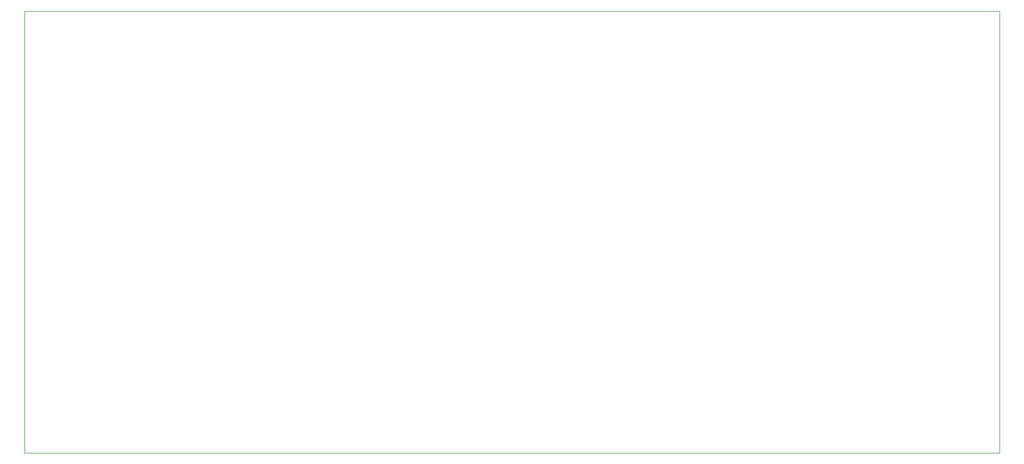
<source format=gm1>
%TF.GenerationSoftware,KiCad,Pcbnew,9.0.7-9.0.7~ubuntu24.04.1*%
%TF.CreationDate,2026-02-17T11:42:20-05:00*%
%TF.ProjectId,plantPartner_PCB1.0,706c616e-7450-4617-9274-6e65725f5043,rev?*%
%TF.SameCoordinates,Original*%
%TF.FileFunction,Profile,NP*%
%FSLAX46Y46*%
G04 Gerber Fmt 4.6, Leading zero omitted, Abs format (unit mm)*
G04 Created by KiCad (PCBNEW 9.0.7-9.0.7~ubuntu24.04.1) date 2026-02-17 11:42:20*
%MOMM*%
%LPD*%
G01*
G04 APERTURE LIST*
%TA.AperFunction,Profile*%
%ADD10C,0.050000*%
%TD*%
G04 APERTURE END LIST*
D10*
X63200000Y-51300000D02*
X211500000Y-51300000D01*
X211500000Y-118600000D01*
X63200000Y-118600000D01*
X63200000Y-51300000D01*
M02*

</source>
